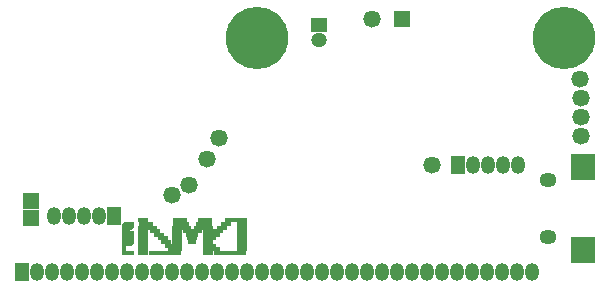
<source format=gbr>
G04 DipTrace 3.2.0.1*
G04 BottomMask.gbr*
%MOIN*%
G04 #@! TF.FileFunction,Soldermask,Bot*
G04 #@! TF.Part,Single*
%AMOUTLINE4*
4,1,6,
-0.018937,-0.015937,
-0.018937,0.015937,
-0.005063,0.015937,
-0.005063,-0.002063,
0.018937,-0.002063,
0.018937,-0.015937,
-0.018937,-0.015937,
0*%
%AMOUTLINE7*
4,1,7,
-0.018937,-0.012937,
-0.018937,0.000937,
-0.018937,0.012937,
0.018937,0.012937,
0.018937,-0.004631,
0.010631,-0.012937,
0.003,-0.012937,
-0.018937,-0.012937,
0*%
%AMOUTLINE10*
4,1,8,
-0.018937,-0.015937,
-0.018937,0.015937,
0.006937,0.015937,
0.006937,0.009937,
0.018937,0.009937,
0.018937,-0.015937,
0.005063,-0.015937,
-0.006937,-0.015937,
-0.018937,-0.015937,
0*%
%AMOUTLINE13*
4,1,8,
-0.018937,-0.012937,
-0.018937,0.004631,
-0.010631,0.012937,
0.006937,0.012937,
0.018937,0.012937,
0.018937,-0.004631,
0.010631,-0.012937,
-0.006937,-0.012937,
-0.018937,-0.012937,
0*%
%ADD79C,0.207874*%
%ADD81R,0.013874X0.013874*%
%ADD83R,0.025874X0.013874*%
%ADD85R,0.043874X0.013874*%
%ADD87R,0.049874X0.013874*%
%ADD89R,0.055874X0.013874*%
%ADD91R,0.073874X0.013874*%
%ADD93R,0.031874X0.013874*%
%ADD95R,0.109874X0.013874*%
%ADD105C,0.057874*%
%ADD107O,0.05315X0.049213*%
%ADD109R,0.05315X0.049213*%
%ADD117R,0.057874X0.057874*%
%ADD119C,0.057874*%
%ADD131O,0.047244X0.059055*%
%ADD133R,0.047244X0.059055*%
%ADD145R,0.082677X0.086614*%
%ADD147O,0.057087X0.049213*%
%ADD162OUTLINE4*%
%ADD165OUTLINE7*%
%ADD168OUTLINE10*%
%ADD171OUTLINE13*%
%FSLAX26Y26*%
G04*
G70*
G90*
G75*
G01*
G04 BotMask*
%LPD*%
D147*
X2187701Y553701D3*
X2187692Y744646D3*
D145*
X2305811Y510394D3*
Y787953D3*
D133*
X742701Y625701D3*
D131*
X692701D3*
X642701D3*
X592701D3*
X542701D3*
D133*
X1889701Y793701D3*
D131*
X1939701D3*
X1989701D3*
X2039701D3*
X2089701D3*
D119*
X1601701Y1279701D3*
D117*
X1701701D3*
D109*
X1426701Y1261701D3*
D107*
Y1212488D3*
D133*
X434701Y436701D3*
D131*
X484701D3*
X534701D3*
X584701D3*
X634701D3*
X684701D3*
X734701D3*
X784701D3*
X834701D3*
X884701D3*
X934701D3*
X984701D3*
X1034701D3*
X1084701D3*
X1134701D3*
X1184701D3*
X1234701D3*
X1284701D3*
X1334701D3*
X1384701D3*
X1434701D3*
X1484701D3*
X1534701D3*
X1584701D3*
X1634701D3*
X1684701D3*
X1734701D3*
X1784701D3*
X1834701D3*
X1884701D3*
X1934701D3*
X1984701D3*
X2034701D3*
X2084701D3*
X2134701D3*
D117*
X466701Y675701D3*
Y618701D3*
D105*
X1092701Y883701D3*
X1052701Y815701D3*
X935701Y692701D3*
X993701Y727701D3*
X2298701Y952701D3*
X2299701Y891701D3*
X2297701Y1017701D3*
X2296701Y1081701D3*
X1801701Y792701D3*
D95*
X1129701Y501701D3*
D93*
X1168701Y513701D3*
Y549701D3*
Y561701D3*
Y525701D3*
Y537701D3*
Y573701D3*
Y585701D3*
X1102701D3*
X1090701Y573701D3*
X1168701Y597701D3*
D91*
X1147701Y609701D3*
D93*
X1078701Y561701D3*
X1066701Y549701D3*
X1054701Y537701D3*
X1066701Y525701D3*
X1078701Y513701D3*
X1054701Y501701D3*
Y573701D3*
Y585701D3*
D89*
X1042701Y597701D3*
D87*
X1045701Y609701D3*
D93*
X1024701Y585701D3*
X1018701Y573701D3*
D85*
X1003701Y561701D3*
D93*
X952701Y573701D3*
Y585701D3*
D87*
X961701Y609701D3*
D89*
X964701Y597701D3*
D93*
X1003701Y549701D3*
X988701Y573701D3*
X982701Y585701D3*
D83*
X1003701Y537701D3*
D93*
X928701Y525701D3*
X916701Y537701D3*
X904701Y549701D3*
X892701Y561701D3*
D95*
X913701Y501701D3*
D93*
X940701Y513701D3*
X838701Y501701D3*
Y513701D3*
Y549701D3*
Y561701D3*
Y525701D3*
Y537701D3*
Y573701D3*
Y585701D3*
X952701Y561701D3*
X838701Y609701D3*
X868701Y585701D3*
X880701Y573701D3*
D87*
X847701Y597701D3*
D93*
X952701Y549701D3*
Y537701D3*
D83*
X955701Y525701D3*
D81*
X961701Y513701D3*
D93*
X1114701Y597701D3*
D81*
X1045701Y525701D3*
D83*
X1051701Y513701D3*
Y561701D3*
D81*
X1045701Y549701D3*
D162*
X787701Y510701D3*
D165*
Y537701D3*
D168*
Y564701D3*
D171*
Y591701D3*
D79*
X2243701Y1218701D3*
X1218701D3*
M02*

</source>
